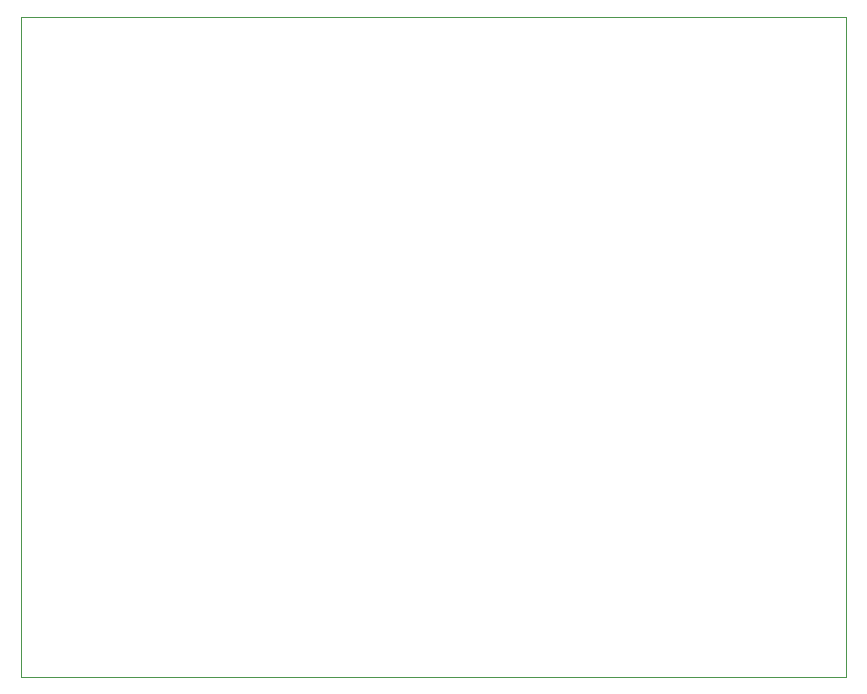
<source format=gbr>
%TF.GenerationSoftware,KiCad,Pcbnew,(5.1.9)-1*%
%TF.CreationDate,2021-02-16T00:15:54-06:00*%
%TF.ProjectId,SmartportSD-Nano-Shield,536d6172-7470-46f7-9274-53442d4e616e,rev?*%
%TF.SameCoordinates,Original*%
%TF.FileFunction,Profile,NP*%
%FSLAX46Y46*%
G04 Gerber Fmt 4.6, Leading zero omitted, Abs format (unit mm)*
G04 Created by KiCad (PCBNEW (5.1.9)-1) date 2021-02-16 00:15:54*
%MOMM*%
%LPD*%
G01*
G04 APERTURE LIST*
%TA.AperFunction,Profile*%
%ADD10C,0.100000*%
%TD*%
G04 APERTURE END LIST*
D10*
X116840000Y-60960000D02*
X186690000Y-60960000D01*
X186690000Y-116840000D02*
X116840000Y-116840000D01*
X186690000Y-116840000D02*
X186690000Y-60960000D01*
X116840000Y-60960000D02*
X116840000Y-116840000D01*
M02*

</source>
